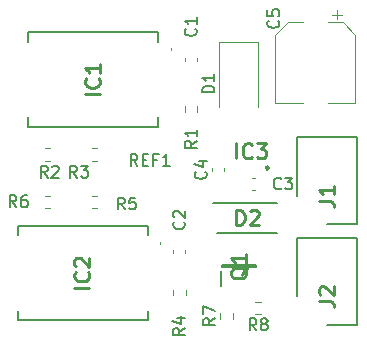
<source format=gto>
%TF.GenerationSoftware,KiCad,Pcbnew,9.0.5-9.0.5~ubuntu24.04.1*%
%TF.CreationDate,2025-10-25T11:16:37+03:00*%
%TF.ProjectId,Blood pressure sensor,426c6f6f-6420-4707-9265-737375726520,rev?*%
%TF.SameCoordinates,Original*%
%TF.FileFunction,Legend,Top*%
%TF.FilePolarity,Positive*%
%FSLAX46Y46*%
G04 Gerber Fmt 4.6, Leading zero omitted, Abs format (unit mm)*
G04 Created by KiCad (PCBNEW 9.0.5-9.0.5~ubuntu24.04.1) date 2025-10-25 11:16:37*
%MOMM*%
%LPD*%
G01*
G04 APERTURE LIST*
%ADD10C,0.150000*%
%ADD11C,0.254000*%
%ADD12C,0.120000*%
%ADD13C,0.200000*%
%ADD14C,0.250000*%
%ADD15C,0.100000*%
G04 APERTURE END LIST*
D10*
X135359580Y-76166666D02*
X135407200Y-76214285D01*
X135407200Y-76214285D02*
X135454819Y-76357142D01*
X135454819Y-76357142D02*
X135454819Y-76452380D01*
X135454819Y-76452380D02*
X135407200Y-76595237D01*
X135407200Y-76595237D02*
X135311961Y-76690475D01*
X135311961Y-76690475D02*
X135216723Y-76738094D01*
X135216723Y-76738094D02*
X135026247Y-76785713D01*
X135026247Y-76785713D02*
X134883390Y-76785713D01*
X134883390Y-76785713D02*
X134692914Y-76738094D01*
X134692914Y-76738094D02*
X134597676Y-76690475D01*
X134597676Y-76690475D02*
X134502438Y-76595237D01*
X134502438Y-76595237D02*
X134454819Y-76452380D01*
X134454819Y-76452380D02*
X134454819Y-76357142D01*
X134454819Y-76357142D02*
X134502438Y-76214285D01*
X134502438Y-76214285D02*
X134550057Y-76166666D01*
X134454819Y-75261904D02*
X134454819Y-75738094D01*
X134454819Y-75738094D02*
X134931009Y-75785713D01*
X134931009Y-75785713D02*
X134883390Y-75738094D01*
X134883390Y-75738094D02*
X134835771Y-75642856D01*
X134835771Y-75642856D02*
X134835771Y-75404761D01*
X134835771Y-75404761D02*
X134883390Y-75309523D01*
X134883390Y-75309523D02*
X134931009Y-75261904D01*
X134931009Y-75261904D02*
X135026247Y-75214285D01*
X135026247Y-75214285D02*
X135264342Y-75214285D01*
X135264342Y-75214285D02*
X135359580Y-75261904D01*
X135359580Y-75261904D02*
X135407200Y-75309523D01*
X135407200Y-75309523D02*
X135454819Y-75404761D01*
X135454819Y-75404761D02*
X135454819Y-75642856D01*
X135454819Y-75642856D02*
X135407200Y-75738094D01*
X135407200Y-75738094D02*
X135359580Y-75785713D01*
X122373333Y-92154819D02*
X122040000Y-91678628D01*
X121801905Y-92154819D02*
X121801905Y-91154819D01*
X121801905Y-91154819D02*
X122182857Y-91154819D01*
X122182857Y-91154819D02*
X122278095Y-91202438D01*
X122278095Y-91202438D02*
X122325714Y-91250057D01*
X122325714Y-91250057D02*
X122373333Y-91345295D01*
X122373333Y-91345295D02*
X122373333Y-91488152D01*
X122373333Y-91488152D02*
X122325714Y-91583390D01*
X122325714Y-91583390D02*
X122278095Y-91631009D01*
X122278095Y-91631009D02*
X122182857Y-91678628D01*
X122182857Y-91678628D02*
X121801905Y-91678628D01*
X123278095Y-91154819D02*
X122801905Y-91154819D01*
X122801905Y-91154819D02*
X122754286Y-91631009D01*
X122754286Y-91631009D02*
X122801905Y-91583390D01*
X122801905Y-91583390D02*
X122897143Y-91535771D01*
X122897143Y-91535771D02*
X123135238Y-91535771D01*
X123135238Y-91535771D02*
X123230476Y-91583390D01*
X123230476Y-91583390D02*
X123278095Y-91631009D01*
X123278095Y-91631009D02*
X123325714Y-91726247D01*
X123325714Y-91726247D02*
X123325714Y-91964342D01*
X123325714Y-91964342D02*
X123278095Y-92059580D01*
X123278095Y-92059580D02*
X123230476Y-92107200D01*
X123230476Y-92107200D02*
X123135238Y-92154819D01*
X123135238Y-92154819D02*
X122897143Y-92154819D01*
X122897143Y-92154819D02*
X122801905Y-92107200D01*
X122801905Y-92107200D02*
X122754286Y-92059580D01*
D11*
X138804318Y-91423332D02*
X139711461Y-91423332D01*
X139711461Y-91423332D02*
X139892889Y-91483809D01*
X139892889Y-91483809D02*
X140013842Y-91604761D01*
X140013842Y-91604761D02*
X140074318Y-91786190D01*
X140074318Y-91786190D02*
X140074318Y-91907142D01*
X140074318Y-90153332D02*
X140074318Y-90879047D01*
X140074318Y-90516190D02*
X138804318Y-90516190D01*
X138804318Y-90516190D02*
X138985746Y-90637142D01*
X138985746Y-90637142D02*
X139106699Y-90758094D01*
X139106699Y-90758094D02*
X139167175Y-90879047D01*
D10*
X135608333Y-90359580D02*
X135560714Y-90407200D01*
X135560714Y-90407200D02*
X135417857Y-90454819D01*
X135417857Y-90454819D02*
X135322619Y-90454819D01*
X135322619Y-90454819D02*
X135179762Y-90407200D01*
X135179762Y-90407200D02*
X135084524Y-90311961D01*
X135084524Y-90311961D02*
X135036905Y-90216723D01*
X135036905Y-90216723D02*
X134989286Y-90026247D01*
X134989286Y-90026247D02*
X134989286Y-89883390D01*
X134989286Y-89883390D02*
X135036905Y-89692914D01*
X135036905Y-89692914D02*
X135084524Y-89597676D01*
X135084524Y-89597676D02*
X135179762Y-89502438D01*
X135179762Y-89502438D02*
X135322619Y-89454819D01*
X135322619Y-89454819D02*
X135417857Y-89454819D01*
X135417857Y-89454819D02*
X135560714Y-89502438D01*
X135560714Y-89502438D02*
X135608333Y-89550057D01*
X135941667Y-89454819D02*
X136560714Y-89454819D01*
X136560714Y-89454819D02*
X136227381Y-89835771D01*
X136227381Y-89835771D02*
X136370238Y-89835771D01*
X136370238Y-89835771D02*
X136465476Y-89883390D01*
X136465476Y-89883390D02*
X136513095Y-89931009D01*
X136513095Y-89931009D02*
X136560714Y-90026247D01*
X136560714Y-90026247D02*
X136560714Y-90264342D01*
X136560714Y-90264342D02*
X136513095Y-90359580D01*
X136513095Y-90359580D02*
X136465476Y-90407200D01*
X136465476Y-90407200D02*
X136370238Y-90454819D01*
X136370238Y-90454819D02*
X136084524Y-90454819D01*
X136084524Y-90454819D02*
X135989286Y-90407200D01*
X135989286Y-90407200D02*
X135941667Y-90359580D01*
D11*
X131810237Y-87824318D02*
X131810237Y-86554318D01*
X133140714Y-87703365D02*
X133080238Y-87763842D01*
X133080238Y-87763842D02*
X132898809Y-87824318D01*
X132898809Y-87824318D02*
X132777857Y-87824318D01*
X132777857Y-87824318D02*
X132596428Y-87763842D01*
X132596428Y-87763842D02*
X132475476Y-87642889D01*
X132475476Y-87642889D02*
X132414999Y-87521937D01*
X132414999Y-87521937D02*
X132354523Y-87280032D01*
X132354523Y-87280032D02*
X132354523Y-87098603D01*
X132354523Y-87098603D02*
X132414999Y-86856699D01*
X132414999Y-86856699D02*
X132475476Y-86735746D01*
X132475476Y-86735746D02*
X132596428Y-86614794D01*
X132596428Y-86614794D02*
X132777857Y-86554318D01*
X132777857Y-86554318D02*
X132898809Y-86554318D01*
X132898809Y-86554318D02*
X133080238Y-86614794D01*
X133080238Y-86614794D02*
X133140714Y-86675270D01*
X133564047Y-86554318D02*
X134350238Y-86554318D01*
X134350238Y-86554318D02*
X133926904Y-87038127D01*
X133926904Y-87038127D02*
X134108333Y-87038127D01*
X134108333Y-87038127D02*
X134229285Y-87098603D01*
X134229285Y-87098603D02*
X134289761Y-87159080D01*
X134289761Y-87159080D02*
X134350238Y-87280032D01*
X134350238Y-87280032D02*
X134350238Y-87582413D01*
X134350238Y-87582413D02*
X134289761Y-87703365D01*
X134289761Y-87703365D02*
X134229285Y-87763842D01*
X134229285Y-87763842D02*
X134108333Y-87824318D01*
X134108333Y-87824318D02*
X133745476Y-87824318D01*
X133745476Y-87824318D02*
X133624523Y-87763842D01*
X133624523Y-87763842D02*
X133564047Y-87703365D01*
D10*
X130024819Y-101341666D02*
X129548628Y-101674999D01*
X130024819Y-101913094D02*
X129024819Y-101913094D01*
X129024819Y-101913094D02*
X129024819Y-101532142D01*
X129024819Y-101532142D02*
X129072438Y-101436904D01*
X129072438Y-101436904D02*
X129120057Y-101389285D01*
X129120057Y-101389285D02*
X129215295Y-101341666D01*
X129215295Y-101341666D02*
X129358152Y-101341666D01*
X129358152Y-101341666D02*
X129453390Y-101389285D01*
X129453390Y-101389285D02*
X129501009Y-101436904D01*
X129501009Y-101436904D02*
X129548628Y-101532142D01*
X129548628Y-101532142D02*
X129548628Y-101913094D01*
X129024819Y-101008332D02*
X129024819Y-100341666D01*
X129024819Y-100341666D02*
X130024819Y-100770237D01*
X115833333Y-89454819D02*
X115500000Y-88978628D01*
X115261905Y-89454819D02*
X115261905Y-88454819D01*
X115261905Y-88454819D02*
X115642857Y-88454819D01*
X115642857Y-88454819D02*
X115738095Y-88502438D01*
X115738095Y-88502438D02*
X115785714Y-88550057D01*
X115785714Y-88550057D02*
X115833333Y-88645295D01*
X115833333Y-88645295D02*
X115833333Y-88788152D01*
X115833333Y-88788152D02*
X115785714Y-88883390D01*
X115785714Y-88883390D02*
X115738095Y-88931009D01*
X115738095Y-88931009D02*
X115642857Y-88978628D01*
X115642857Y-88978628D02*
X115261905Y-88978628D01*
X116214286Y-88550057D02*
X116261905Y-88502438D01*
X116261905Y-88502438D02*
X116357143Y-88454819D01*
X116357143Y-88454819D02*
X116595238Y-88454819D01*
X116595238Y-88454819D02*
X116690476Y-88502438D01*
X116690476Y-88502438D02*
X116738095Y-88550057D01*
X116738095Y-88550057D02*
X116785714Y-88645295D01*
X116785714Y-88645295D02*
X116785714Y-88740533D01*
X116785714Y-88740533D02*
X116738095Y-88883390D01*
X116738095Y-88883390D02*
X116166667Y-89454819D01*
X116166667Y-89454819D02*
X116785714Y-89454819D01*
D11*
X131787618Y-93474318D02*
X131787618Y-92204318D01*
X131787618Y-92204318D02*
X132089999Y-92204318D01*
X132089999Y-92204318D02*
X132271428Y-92264794D01*
X132271428Y-92264794D02*
X132392380Y-92385746D01*
X132392380Y-92385746D02*
X132452857Y-92506699D01*
X132452857Y-92506699D02*
X132513333Y-92748603D01*
X132513333Y-92748603D02*
X132513333Y-92930032D01*
X132513333Y-92930032D02*
X132452857Y-93171937D01*
X132452857Y-93171937D02*
X132392380Y-93292889D01*
X132392380Y-93292889D02*
X132271428Y-93413842D01*
X132271428Y-93413842D02*
X132089999Y-93474318D01*
X132089999Y-93474318D02*
X131787618Y-93474318D01*
X132997142Y-92325270D02*
X133057618Y-92264794D01*
X133057618Y-92264794D02*
X133178571Y-92204318D01*
X133178571Y-92204318D02*
X133480952Y-92204318D01*
X133480952Y-92204318D02*
X133601904Y-92264794D01*
X133601904Y-92264794D02*
X133662380Y-92325270D01*
X133662380Y-92325270D02*
X133722857Y-92446222D01*
X133722857Y-92446222D02*
X133722857Y-92567175D01*
X133722857Y-92567175D02*
X133662380Y-92748603D01*
X133662380Y-92748603D02*
X132936666Y-93474318D01*
X132936666Y-93474318D02*
X133722857Y-93474318D01*
D10*
X128359580Y-76841666D02*
X128407200Y-76889285D01*
X128407200Y-76889285D02*
X128454819Y-77032142D01*
X128454819Y-77032142D02*
X128454819Y-77127380D01*
X128454819Y-77127380D02*
X128407200Y-77270237D01*
X128407200Y-77270237D02*
X128311961Y-77365475D01*
X128311961Y-77365475D02*
X128216723Y-77413094D01*
X128216723Y-77413094D02*
X128026247Y-77460713D01*
X128026247Y-77460713D02*
X127883390Y-77460713D01*
X127883390Y-77460713D02*
X127692914Y-77413094D01*
X127692914Y-77413094D02*
X127597676Y-77365475D01*
X127597676Y-77365475D02*
X127502438Y-77270237D01*
X127502438Y-77270237D02*
X127454819Y-77127380D01*
X127454819Y-77127380D02*
X127454819Y-77032142D01*
X127454819Y-77032142D02*
X127502438Y-76889285D01*
X127502438Y-76889285D02*
X127550057Y-76841666D01*
X128454819Y-75889285D02*
X128454819Y-76460713D01*
X128454819Y-76174999D02*
X127454819Y-76174999D01*
X127454819Y-76174999D02*
X127597676Y-76270237D01*
X127597676Y-76270237D02*
X127692914Y-76365475D01*
X127692914Y-76365475D02*
X127740533Y-76460713D01*
X118333333Y-89454819D02*
X118000000Y-88978628D01*
X117761905Y-89454819D02*
X117761905Y-88454819D01*
X117761905Y-88454819D02*
X118142857Y-88454819D01*
X118142857Y-88454819D02*
X118238095Y-88502438D01*
X118238095Y-88502438D02*
X118285714Y-88550057D01*
X118285714Y-88550057D02*
X118333333Y-88645295D01*
X118333333Y-88645295D02*
X118333333Y-88788152D01*
X118333333Y-88788152D02*
X118285714Y-88883390D01*
X118285714Y-88883390D02*
X118238095Y-88931009D01*
X118238095Y-88931009D02*
X118142857Y-88978628D01*
X118142857Y-88978628D02*
X117761905Y-88978628D01*
X118666667Y-88454819D02*
X119285714Y-88454819D01*
X119285714Y-88454819D02*
X118952381Y-88835771D01*
X118952381Y-88835771D02*
X119095238Y-88835771D01*
X119095238Y-88835771D02*
X119190476Y-88883390D01*
X119190476Y-88883390D02*
X119238095Y-88931009D01*
X119238095Y-88931009D02*
X119285714Y-89026247D01*
X119285714Y-89026247D02*
X119285714Y-89264342D01*
X119285714Y-89264342D02*
X119238095Y-89359580D01*
X119238095Y-89359580D02*
X119190476Y-89407200D01*
X119190476Y-89407200D02*
X119095238Y-89454819D01*
X119095238Y-89454819D02*
X118809524Y-89454819D01*
X118809524Y-89454819D02*
X118714286Y-89407200D01*
X118714286Y-89407200D02*
X118666667Y-89359580D01*
D11*
X132745270Y-97070952D02*
X132684794Y-97191904D01*
X132684794Y-97191904D02*
X132563842Y-97312857D01*
X132563842Y-97312857D02*
X132382413Y-97494285D01*
X132382413Y-97494285D02*
X132321937Y-97615238D01*
X132321937Y-97615238D02*
X132321937Y-97736190D01*
X132624318Y-97675714D02*
X132563842Y-97796666D01*
X132563842Y-97796666D02*
X132442889Y-97917619D01*
X132442889Y-97917619D02*
X132200984Y-97978095D01*
X132200984Y-97978095D02*
X131777651Y-97978095D01*
X131777651Y-97978095D02*
X131535746Y-97917619D01*
X131535746Y-97917619D02*
X131414794Y-97796666D01*
X131414794Y-97796666D02*
X131354318Y-97675714D01*
X131354318Y-97675714D02*
X131354318Y-97433809D01*
X131354318Y-97433809D02*
X131414794Y-97312857D01*
X131414794Y-97312857D02*
X131535746Y-97191904D01*
X131535746Y-97191904D02*
X131777651Y-97131428D01*
X131777651Y-97131428D02*
X132200984Y-97131428D01*
X132200984Y-97131428D02*
X132442889Y-97191904D01*
X132442889Y-97191904D02*
X132563842Y-97312857D01*
X132563842Y-97312857D02*
X132624318Y-97433809D01*
X132624318Y-97433809D02*
X132624318Y-97675714D01*
X132624318Y-95921904D02*
X132624318Y-96647619D01*
X132624318Y-96284762D02*
X131354318Y-96284762D01*
X131354318Y-96284762D02*
X131535746Y-96405714D01*
X131535746Y-96405714D02*
X131656699Y-96526666D01*
X131656699Y-96526666D02*
X131717175Y-96647619D01*
X119374318Y-98779762D02*
X118104318Y-98779762D01*
X119253365Y-97449285D02*
X119313842Y-97509761D01*
X119313842Y-97509761D02*
X119374318Y-97691190D01*
X119374318Y-97691190D02*
X119374318Y-97812142D01*
X119374318Y-97812142D02*
X119313842Y-97993571D01*
X119313842Y-97993571D02*
X119192889Y-98114523D01*
X119192889Y-98114523D02*
X119071937Y-98175000D01*
X119071937Y-98175000D02*
X118830032Y-98235476D01*
X118830032Y-98235476D02*
X118648603Y-98235476D01*
X118648603Y-98235476D02*
X118406699Y-98175000D01*
X118406699Y-98175000D02*
X118285746Y-98114523D01*
X118285746Y-98114523D02*
X118164794Y-97993571D01*
X118164794Y-97993571D02*
X118104318Y-97812142D01*
X118104318Y-97812142D02*
X118104318Y-97691190D01*
X118104318Y-97691190D02*
X118164794Y-97509761D01*
X118164794Y-97509761D02*
X118225270Y-97449285D01*
X118225270Y-96965476D02*
X118164794Y-96905000D01*
X118164794Y-96905000D02*
X118104318Y-96784047D01*
X118104318Y-96784047D02*
X118104318Y-96481666D01*
X118104318Y-96481666D02*
X118164794Y-96360714D01*
X118164794Y-96360714D02*
X118225270Y-96300238D01*
X118225270Y-96300238D02*
X118346222Y-96239761D01*
X118346222Y-96239761D02*
X118467175Y-96239761D01*
X118467175Y-96239761D02*
X118648603Y-96300238D01*
X118648603Y-96300238D02*
X119374318Y-97025952D01*
X119374318Y-97025952D02*
X119374318Y-96239761D01*
X138804318Y-99923332D02*
X139711461Y-99923332D01*
X139711461Y-99923332D02*
X139892889Y-99983809D01*
X139892889Y-99983809D02*
X140013842Y-100104761D01*
X140013842Y-100104761D02*
X140074318Y-100286190D01*
X140074318Y-100286190D02*
X140074318Y-100407142D01*
X138925270Y-99379047D02*
X138864794Y-99318571D01*
X138864794Y-99318571D02*
X138804318Y-99197618D01*
X138804318Y-99197618D02*
X138804318Y-98895237D01*
X138804318Y-98895237D02*
X138864794Y-98774285D01*
X138864794Y-98774285D02*
X138925270Y-98713809D01*
X138925270Y-98713809D02*
X139046222Y-98653332D01*
X139046222Y-98653332D02*
X139167175Y-98653332D01*
X139167175Y-98653332D02*
X139348603Y-98713809D01*
X139348603Y-98713809D02*
X140074318Y-99439523D01*
X140074318Y-99439523D02*
X140074318Y-98653332D01*
D10*
X128454819Y-86341666D02*
X127978628Y-86674999D01*
X128454819Y-86913094D02*
X127454819Y-86913094D01*
X127454819Y-86913094D02*
X127454819Y-86532142D01*
X127454819Y-86532142D02*
X127502438Y-86436904D01*
X127502438Y-86436904D02*
X127550057Y-86389285D01*
X127550057Y-86389285D02*
X127645295Y-86341666D01*
X127645295Y-86341666D02*
X127788152Y-86341666D01*
X127788152Y-86341666D02*
X127883390Y-86389285D01*
X127883390Y-86389285D02*
X127931009Y-86436904D01*
X127931009Y-86436904D02*
X127978628Y-86532142D01*
X127978628Y-86532142D02*
X127978628Y-86913094D01*
X128454819Y-85389285D02*
X128454819Y-85960713D01*
X128454819Y-85674999D02*
X127454819Y-85674999D01*
X127454819Y-85674999D02*
X127597676Y-85770237D01*
X127597676Y-85770237D02*
X127692914Y-85865475D01*
X127692914Y-85865475D02*
X127740533Y-85960713D01*
X123452380Y-88454819D02*
X123119047Y-87978628D01*
X122880952Y-88454819D02*
X122880952Y-87454819D01*
X122880952Y-87454819D02*
X123261904Y-87454819D01*
X123261904Y-87454819D02*
X123357142Y-87502438D01*
X123357142Y-87502438D02*
X123404761Y-87550057D01*
X123404761Y-87550057D02*
X123452380Y-87645295D01*
X123452380Y-87645295D02*
X123452380Y-87788152D01*
X123452380Y-87788152D02*
X123404761Y-87883390D01*
X123404761Y-87883390D02*
X123357142Y-87931009D01*
X123357142Y-87931009D02*
X123261904Y-87978628D01*
X123261904Y-87978628D02*
X122880952Y-87978628D01*
X123880952Y-87931009D02*
X124214285Y-87931009D01*
X124357142Y-88454819D02*
X123880952Y-88454819D01*
X123880952Y-88454819D02*
X123880952Y-87454819D01*
X123880952Y-87454819D02*
X124357142Y-87454819D01*
X125119047Y-87931009D02*
X124785714Y-87931009D01*
X124785714Y-88454819D02*
X124785714Y-87454819D01*
X124785714Y-87454819D02*
X125261904Y-87454819D01*
X126166666Y-88454819D02*
X125595238Y-88454819D01*
X125880952Y-88454819D02*
X125880952Y-87454819D01*
X125880952Y-87454819D02*
X125785714Y-87597676D01*
X125785714Y-87597676D02*
X125690476Y-87692914D01*
X125690476Y-87692914D02*
X125595238Y-87740533D01*
X129954819Y-82238094D02*
X128954819Y-82238094D01*
X128954819Y-82238094D02*
X128954819Y-81999999D01*
X128954819Y-81999999D02*
X129002438Y-81857142D01*
X129002438Y-81857142D02*
X129097676Y-81761904D01*
X129097676Y-81761904D02*
X129192914Y-81714285D01*
X129192914Y-81714285D02*
X129383390Y-81666666D01*
X129383390Y-81666666D02*
X129526247Y-81666666D01*
X129526247Y-81666666D02*
X129716723Y-81714285D01*
X129716723Y-81714285D02*
X129811961Y-81761904D01*
X129811961Y-81761904D02*
X129907200Y-81857142D01*
X129907200Y-81857142D02*
X129954819Y-81999999D01*
X129954819Y-81999999D02*
X129954819Y-82238094D01*
X129954819Y-80714285D02*
X129954819Y-81285713D01*
X129954819Y-80999999D02*
X128954819Y-80999999D01*
X128954819Y-80999999D02*
X129097676Y-81095237D01*
X129097676Y-81095237D02*
X129192914Y-81190475D01*
X129192914Y-81190475D02*
X129240533Y-81285713D01*
X127359580Y-93206666D02*
X127407200Y-93254285D01*
X127407200Y-93254285D02*
X127454819Y-93397142D01*
X127454819Y-93397142D02*
X127454819Y-93492380D01*
X127454819Y-93492380D02*
X127407200Y-93635237D01*
X127407200Y-93635237D02*
X127311961Y-93730475D01*
X127311961Y-93730475D02*
X127216723Y-93778094D01*
X127216723Y-93778094D02*
X127026247Y-93825713D01*
X127026247Y-93825713D02*
X126883390Y-93825713D01*
X126883390Y-93825713D02*
X126692914Y-93778094D01*
X126692914Y-93778094D02*
X126597676Y-93730475D01*
X126597676Y-93730475D02*
X126502438Y-93635237D01*
X126502438Y-93635237D02*
X126454819Y-93492380D01*
X126454819Y-93492380D02*
X126454819Y-93397142D01*
X126454819Y-93397142D02*
X126502438Y-93254285D01*
X126502438Y-93254285D02*
X126550057Y-93206666D01*
X126550057Y-92825713D02*
X126502438Y-92778094D01*
X126502438Y-92778094D02*
X126454819Y-92682856D01*
X126454819Y-92682856D02*
X126454819Y-92444761D01*
X126454819Y-92444761D02*
X126502438Y-92349523D01*
X126502438Y-92349523D02*
X126550057Y-92301904D01*
X126550057Y-92301904D02*
X126645295Y-92254285D01*
X126645295Y-92254285D02*
X126740533Y-92254285D01*
X126740533Y-92254285D02*
X126883390Y-92301904D01*
X126883390Y-92301904D02*
X127454819Y-92873332D01*
X127454819Y-92873332D02*
X127454819Y-92254285D01*
X129204580Y-88941666D02*
X129252200Y-88989285D01*
X129252200Y-88989285D02*
X129299819Y-89132142D01*
X129299819Y-89132142D02*
X129299819Y-89227380D01*
X129299819Y-89227380D02*
X129252200Y-89370237D01*
X129252200Y-89370237D02*
X129156961Y-89465475D01*
X129156961Y-89465475D02*
X129061723Y-89513094D01*
X129061723Y-89513094D02*
X128871247Y-89560713D01*
X128871247Y-89560713D02*
X128728390Y-89560713D01*
X128728390Y-89560713D02*
X128537914Y-89513094D01*
X128537914Y-89513094D02*
X128442676Y-89465475D01*
X128442676Y-89465475D02*
X128347438Y-89370237D01*
X128347438Y-89370237D02*
X128299819Y-89227380D01*
X128299819Y-89227380D02*
X128299819Y-89132142D01*
X128299819Y-89132142D02*
X128347438Y-88989285D01*
X128347438Y-88989285D02*
X128395057Y-88941666D01*
X128633152Y-88084523D02*
X129299819Y-88084523D01*
X128252200Y-88322618D02*
X128966485Y-88560713D01*
X128966485Y-88560713D02*
X128966485Y-87941666D01*
X113198333Y-91954819D02*
X112865000Y-91478628D01*
X112626905Y-91954819D02*
X112626905Y-90954819D01*
X112626905Y-90954819D02*
X113007857Y-90954819D01*
X113007857Y-90954819D02*
X113103095Y-91002438D01*
X113103095Y-91002438D02*
X113150714Y-91050057D01*
X113150714Y-91050057D02*
X113198333Y-91145295D01*
X113198333Y-91145295D02*
X113198333Y-91288152D01*
X113198333Y-91288152D02*
X113150714Y-91383390D01*
X113150714Y-91383390D02*
X113103095Y-91431009D01*
X113103095Y-91431009D02*
X113007857Y-91478628D01*
X113007857Y-91478628D02*
X112626905Y-91478628D01*
X114055476Y-90954819D02*
X113865000Y-90954819D01*
X113865000Y-90954819D02*
X113769762Y-91002438D01*
X113769762Y-91002438D02*
X113722143Y-91050057D01*
X113722143Y-91050057D02*
X113626905Y-91192914D01*
X113626905Y-91192914D02*
X113579286Y-91383390D01*
X113579286Y-91383390D02*
X113579286Y-91764342D01*
X113579286Y-91764342D02*
X113626905Y-91859580D01*
X113626905Y-91859580D02*
X113674524Y-91907200D01*
X113674524Y-91907200D02*
X113769762Y-91954819D01*
X113769762Y-91954819D02*
X113960238Y-91954819D01*
X113960238Y-91954819D02*
X114055476Y-91907200D01*
X114055476Y-91907200D02*
X114103095Y-91859580D01*
X114103095Y-91859580D02*
X114150714Y-91764342D01*
X114150714Y-91764342D02*
X114150714Y-91526247D01*
X114150714Y-91526247D02*
X114103095Y-91431009D01*
X114103095Y-91431009D02*
X114055476Y-91383390D01*
X114055476Y-91383390D02*
X113960238Y-91335771D01*
X113960238Y-91335771D02*
X113769762Y-91335771D01*
X113769762Y-91335771D02*
X113674524Y-91383390D01*
X113674524Y-91383390D02*
X113626905Y-91431009D01*
X113626905Y-91431009D02*
X113579286Y-91526247D01*
X127454819Y-102206666D02*
X126978628Y-102539999D01*
X127454819Y-102778094D02*
X126454819Y-102778094D01*
X126454819Y-102778094D02*
X126454819Y-102397142D01*
X126454819Y-102397142D02*
X126502438Y-102301904D01*
X126502438Y-102301904D02*
X126550057Y-102254285D01*
X126550057Y-102254285D02*
X126645295Y-102206666D01*
X126645295Y-102206666D02*
X126788152Y-102206666D01*
X126788152Y-102206666D02*
X126883390Y-102254285D01*
X126883390Y-102254285D02*
X126931009Y-102301904D01*
X126931009Y-102301904D02*
X126978628Y-102397142D01*
X126978628Y-102397142D02*
X126978628Y-102778094D01*
X126788152Y-101349523D02*
X127454819Y-101349523D01*
X126407200Y-101587618D02*
X127121485Y-101825713D01*
X127121485Y-101825713D02*
X127121485Y-101206666D01*
X133508333Y-102384819D02*
X133175000Y-101908628D01*
X132936905Y-102384819D02*
X132936905Y-101384819D01*
X132936905Y-101384819D02*
X133317857Y-101384819D01*
X133317857Y-101384819D02*
X133413095Y-101432438D01*
X133413095Y-101432438D02*
X133460714Y-101480057D01*
X133460714Y-101480057D02*
X133508333Y-101575295D01*
X133508333Y-101575295D02*
X133508333Y-101718152D01*
X133508333Y-101718152D02*
X133460714Y-101813390D01*
X133460714Y-101813390D02*
X133413095Y-101861009D01*
X133413095Y-101861009D02*
X133317857Y-101908628D01*
X133317857Y-101908628D02*
X132936905Y-101908628D01*
X134079762Y-101813390D02*
X133984524Y-101765771D01*
X133984524Y-101765771D02*
X133936905Y-101718152D01*
X133936905Y-101718152D02*
X133889286Y-101622914D01*
X133889286Y-101622914D02*
X133889286Y-101575295D01*
X133889286Y-101575295D02*
X133936905Y-101480057D01*
X133936905Y-101480057D02*
X133984524Y-101432438D01*
X133984524Y-101432438D02*
X134079762Y-101384819D01*
X134079762Y-101384819D02*
X134270238Y-101384819D01*
X134270238Y-101384819D02*
X134365476Y-101432438D01*
X134365476Y-101432438D02*
X134413095Y-101480057D01*
X134413095Y-101480057D02*
X134460714Y-101575295D01*
X134460714Y-101575295D02*
X134460714Y-101622914D01*
X134460714Y-101622914D02*
X134413095Y-101718152D01*
X134413095Y-101718152D02*
X134365476Y-101765771D01*
X134365476Y-101765771D02*
X134270238Y-101813390D01*
X134270238Y-101813390D02*
X134079762Y-101813390D01*
X134079762Y-101813390D02*
X133984524Y-101861009D01*
X133984524Y-101861009D02*
X133936905Y-101908628D01*
X133936905Y-101908628D02*
X133889286Y-102003866D01*
X133889286Y-102003866D02*
X133889286Y-102194342D01*
X133889286Y-102194342D02*
X133936905Y-102289580D01*
X133936905Y-102289580D02*
X133984524Y-102337200D01*
X133984524Y-102337200D02*
X134079762Y-102384819D01*
X134079762Y-102384819D02*
X134270238Y-102384819D01*
X134270238Y-102384819D02*
X134365476Y-102337200D01*
X134365476Y-102337200D02*
X134413095Y-102289580D01*
X134413095Y-102289580D02*
X134460714Y-102194342D01*
X134460714Y-102194342D02*
X134460714Y-102003866D01*
X134460714Y-102003866D02*
X134413095Y-101908628D01*
X134413095Y-101908628D02*
X134365476Y-101861009D01*
X134365476Y-101861009D02*
X134270238Y-101813390D01*
D11*
X120274318Y-82374762D02*
X119004318Y-82374762D01*
X120153365Y-81044285D02*
X120213842Y-81104761D01*
X120213842Y-81104761D02*
X120274318Y-81286190D01*
X120274318Y-81286190D02*
X120274318Y-81407142D01*
X120274318Y-81407142D02*
X120213842Y-81588571D01*
X120213842Y-81588571D02*
X120092889Y-81709523D01*
X120092889Y-81709523D02*
X119971937Y-81770000D01*
X119971937Y-81770000D02*
X119730032Y-81830476D01*
X119730032Y-81830476D02*
X119548603Y-81830476D01*
X119548603Y-81830476D02*
X119306699Y-81770000D01*
X119306699Y-81770000D02*
X119185746Y-81709523D01*
X119185746Y-81709523D02*
X119064794Y-81588571D01*
X119064794Y-81588571D02*
X119004318Y-81407142D01*
X119004318Y-81407142D02*
X119004318Y-81286190D01*
X119004318Y-81286190D02*
X119064794Y-81104761D01*
X119064794Y-81104761D02*
X119125270Y-81044285D01*
X120274318Y-79834761D02*
X120274318Y-80560476D01*
X120274318Y-80197619D02*
X119004318Y-80197619D01*
X119004318Y-80197619D02*
X119185746Y-80318571D01*
X119185746Y-80318571D02*
X119306699Y-80439523D01*
X119306699Y-80439523D02*
X119367175Y-80560476D01*
D12*
%TO.C,C5*%
X135090000Y-77354437D02*
X135090000Y-83110000D01*
X135090000Y-83110000D02*
X137440000Y-83110000D01*
X136154437Y-76290000D02*
X135090000Y-77354437D01*
X136154437Y-76290000D02*
X137440000Y-76290000D01*
X140347500Y-75262500D02*
X140347500Y-76050000D01*
X140741250Y-75656250D02*
X139953750Y-75656250D01*
X140845563Y-76290000D02*
X139560000Y-76290000D01*
X140845563Y-76290000D02*
X141910000Y-77354437D01*
X141910000Y-77354437D02*
X141910000Y-83110000D01*
X141910000Y-83110000D02*
X139560000Y-83110000D01*
%TO.C,R5*%
X119587742Y-90977500D02*
X120062258Y-90977500D01*
X119587742Y-92022500D02*
X120062258Y-92022500D01*
D13*
%TO.C,J1*%
X136950000Y-86040000D02*
X142050000Y-86040000D01*
X136950000Y-91000000D02*
X136950000Y-86040000D01*
X142050000Y-86040000D02*
X142050000Y-93420000D01*
X142050000Y-93420000D02*
X139500000Y-93420000D01*
D12*
%TO.C,C3*%
X133134420Y-89490000D02*
X133415580Y-89490000D01*
X133134420Y-90510000D02*
X133415580Y-90510000D01*
D14*
%TO.C,IC3*%
X134575000Y-88650000D02*
G75*
G02*
X134325000Y-88650000I-125000J0D01*
G01*
X134325000Y-88650000D02*
G75*
G02*
X134575000Y-88650000I125000J0D01*
G01*
D12*
%TO.C,R7*%
X130477500Y-101412258D02*
X130477500Y-100937742D01*
X131522500Y-101412258D02*
X131522500Y-100937742D01*
%TO.C,R2*%
X115587742Y-86977500D02*
X116062258Y-86977500D01*
X115587742Y-88022500D02*
X116062258Y-88022500D01*
D13*
%TO.C,D2*%
X130155000Y-94180000D02*
X135295000Y-94180000D01*
X135295000Y-91620000D02*
X129875000Y-91620000D01*
D12*
%TO.C,C1*%
X127490000Y-79590580D02*
X127490000Y-79309420D01*
X128510000Y-79590580D02*
X128510000Y-79309420D01*
%TO.C,R3*%
X120062258Y-86977500D02*
X119587742Y-86977500D01*
X120062258Y-88022500D02*
X119587742Y-88022500D01*
D13*
%TO.C,Q1*%
X130550000Y-98650000D02*
X130550000Y-97350000D01*
X130590000Y-96900000D02*
X133510000Y-96900000D01*
X130590000Y-97000000D02*
X130590000Y-96900000D01*
X133510000Y-96900000D02*
X133510000Y-97000000D01*
X133510000Y-97000000D02*
X130590000Y-97000000D01*
%TO.C,IC2*%
X113300000Y-93540000D02*
X113300000Y-94340000D01*
X113300000Y-100740000D02*
X113300000Y-101540000D01*
X113300000Y-101540000D02*
X124300000Y-101540000D01*
X124300000Y-93540000D02*
X113300000Y-93540000D01*
X124300000Y-94340000D02*
X124300000Y-93540000D01*
X124300000Y-101540000D02*
X124300000Y-100740000D01*
D15*
X125400000Y-94940000D02*
X125400000Y-94940000D01*
X125400000Y-95040000D02*
X125400000Y-95040000D01*
X125400000Y-94940000D02*
G75*
G02*
X125400000Y-95040000I0J-50000D01*
G01*
X125400000Y-95040000D02*
G75*
G02*
X125400000Y-94940000I0J50000D01*
G01*
D13*
%TO.C,J2*%
X136950000Y-94540000D02*
X142050000Y-94540000D01*
X136950000Y-99500000D02*
X136950000Y-94540000D01*
X142050000Y-94540000D02*
X142050000Y-101920000D01*
X142050000Y-101920000D02*
X139500000Y-101920000D01*
D12*
%TO.C,R1*%
X127477500Y-83437742D02*
X127477500Y-83912258D01*
X128522500Y-83437742D02*
X128522500Y-83912258D01*
%TO.C,D1*%
X130350000Y-77990000D02*
X130350000Y-83500000D01*
X133650000Y-77990000D02*
X130350000Y-77990000D01*
X133650000Y-77990000D02*
X133650000Y-83500000D01*
%TO.C,C2*%
X126490000Y-95865580D02*
X126490000Y-95584420D01*
X127510000Y-95865580D02*
X127510000Y-95584420D01*
%TO.C,C4*%
X129765000Y-88915580D02*
X129765000Y-88634420D01*
X130785000Y-88915580D02*
X130785000Y-88634420D01*
%TO.C,R6*%
X115587742Y-90977500D02*
X116062258Y-90977500D01*
X115587742Y-92022500D02*
X116062258Y-92022500D01*
%TO.C,R4*%
X126477500Y-98937742D02*
X126477500Y-99412258D01*
X127522500Y-98937742D02*
X127522500Y-99412258D01*
%TO.C,R8*%
X133912258Y-99977500D02*
X133437742Y-99977500D01*
X133912258Y-101022500D02*
X133437742Y-101022500D01*
D13*
%TO.C,IC1*%
X114200000Y-77135000D02*
X114200000Y-77935000D01*
X114200000Y-84335000D02*
X114200000Y-85135000D01*
X114200000Y-85135000D02*
X125200000Y-85135000D01*
X125200000Y-77135000D02*
X114200000Y-77135000D01*
X125200000Y-77935000D02*
X125200000Y-77135000D01*
X125200000Y-85135000D02*
X125200000Y-84335000D01*
D15*
X126300000Y-78535000D02*
X126300000Y-78535000D01*
X126300000Y-78635000D02*
X126300000Y-78635000D01*
X126300000Y-78535000D02*
G75*
G02*
X126300000Y-78635000I0J-50000D01*
G01*
X126300000Y-78635000D02*
G75*
G02*
X126300000Y-78535000I0J50000D01*
G01*
%TD*%
M02*

</source>
